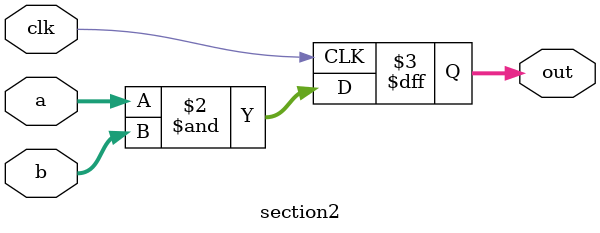
<source format=v>
module section2(
    input clk,
    input [7:0] a,
    input [7:0] b,
    output reg [7:0] out
);


always @(posedge clk) begin
    out <= a & b;
end

endmodule
</source>
